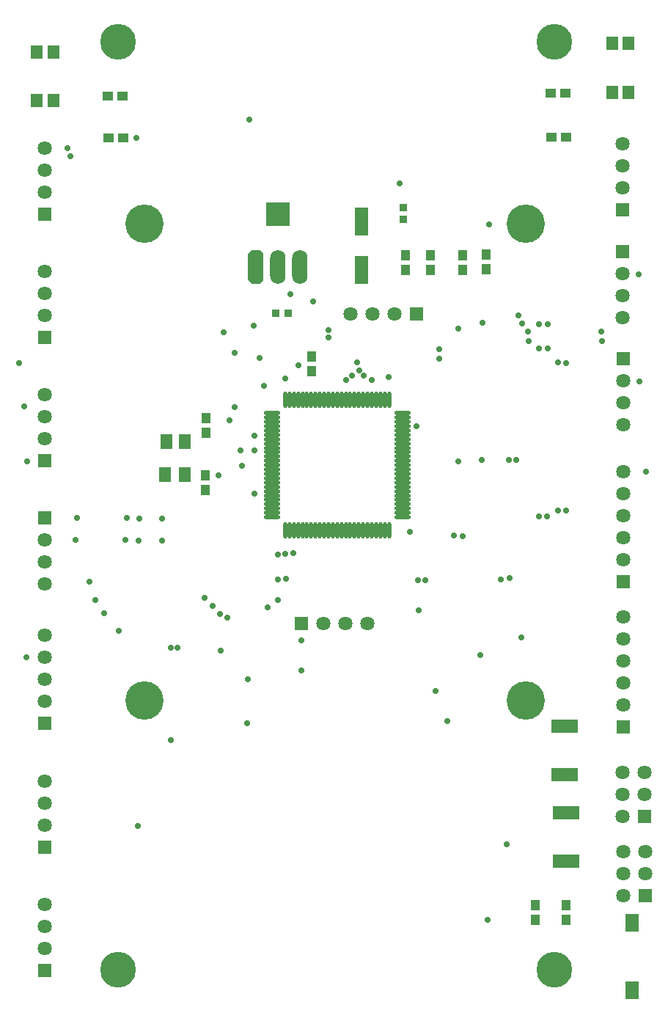
<source format=gts>
G04 Layer_Color=8388736*
%FSLAX24Y24*%
%MOIN*%
G70*
G01*
G75*
%ADD43R,0.0641X0.1310*%
%ADD44R,0.0350X0.0350*%
%ADD45R,0.0444X0.0483*%
%ADD46R,0.0350X0.0350*%
%ADD47O,0.0168X0.0759*%
%ADD48O,0.0759X0.0168*%
G04:AMPARAMS|DCode=49|XSize=155mil|YSize=70mil|CornerRadius=0mil|HoleSize=0mil|Usage=FLASHONLY|Rotation=90.000|XOffset=0mil|YOffset=0mil|HoleType=Round|Shape=Octagon|*
%AMOCTAGOND49*
4,1,8,0.0175,0.0775,-0.0175,0.0775,-0.0350,0.0600,-0.0350,-0.0600,-0.0175,-0.0775,0.0175,-0.0775,0.0350,-0.0600,0.0350,0.0600,0.0175,0.0775,0.0*
%
%ADD49OCTAGOND49*%

%ADD50O,0.0700X0.1550*%
%ADD51R,0.1050X0.1050*%
%ADD52R,0.0562X0.0641*%
%ADD53R,0.0641X0.0837*%
%ADD54R,0.0483X0.0444*%
%ADD55R,0.0562X0.0680*%
%ADD56R,0.1231X0.0641*%
%ADD57R,0.0641X0.0641*%
%ADD58C,0.0641*%
%ADD59R,0.0641X0.0641*%
%ADD60C,0.1625*%
%ADD61C,0.1743*%
%ADD62C,0.0290*%
D43*
X38228Y41454D02*
D03*
Y39252D02*
D03*
D44*
X40130Y42090D02*
D03*
X40129Y41545D02*
D03*
D45*
X41365Y39251D02*
D03*
Y39920D02*
D03*
X40208Y39251D02*
D03*
Y39920D02*
D03*
X43898Y39276D02*
D03*
Y39945D02*
D03*
X42820Y39251D02*
D03*
Y39920D02*
D03*
X31150Y31840D02*
D03*
Y32509D02*
D03*
X31120Y29251D02*
D03*
Y29920D02*
D03*
X35948Y34654D02*
D03*
Y35324D02*
D03*
X46102Y10394D02*
D03*
Y9724D02*
D03*
X47518Y9729D02*
D03*
Y10398D02*
D03*
D46*
X34875Y37279D02*
D03*
X34330Y37280D02*
D03*
D47*
X39076Y33355D02*
D03*
X39272Y33355D02*
D03*
X39469D02*
D03*
X39469Y27410D02*
D03*
X39272D02*
D03*
X39076D02*
D03*
X34745Y33355D02*
D03*
X34942D02*
D03*
X35138D02*
D03*
X35335D02*
D03*
X35532D02*
D03*
X35729D02*
D03*
X35926D02*
D03*
X36123D02*
D03*
X36320D02*
D03*
X36516D02*
D03*
X36713D02*
D03*
X36910D02*
D03*
X37107D02*
D03*
X37304D02*
D03*
X37501D02*
D03*
X37698D02*
D03*
X37894D02*
D03*
X38091D02*
D03*
X38288D02*
D03*
X38485D02*
D03*
X38682D02*
D03*
X38879D02*
D03*
Y27410D02*
D03*
X38682D02*
D03*
X38485D02*
D03*
X38288D02*
D03*
X38091D02*
D03*
X37894D02*
D03*
X37698D02*
D03*
X37501D02*
D03*
X37304D02*
D03*
X37107Y27410D02*
D03*
X36910D02*
D03*
X36713Y27410D02*
D03*
X36516D02*
D03*
X36320D02*
D03*
X36123D02*
D03*
X35926D02*
D03*
X35729Y27410D02*
D03*
X35532D02*
D03*
X35335Y27410D02*
D03*
X35139D02*
D03*
X34942D02*
D03*
X34745D02*
D03*
D48*
X40079Y32744D02*
D03*
Y32547D02*
D03*
Y32351D02*
D03*
Y32154D02*
D03*
Y31957D02*
D03*
Y31760D02*
D03*
Y31563D02*
D03*
Y31366D02*
D03*
Y31170D02*
D03*
X40079Y30973D02*
D03*
Y30776D02*
D03*
X40079Y30579D02*
D03*
Y30382D02*
D03*
Y30185D02*
D03*
Y29988D02*
D03*
Y29792D02*
D03*
X40079Y29595D02*
D03*
Y29398D02*
D03*
Y29201D02*
D03*
X40079Y29004D02*
D03*
Y28807D02*
D03*
Y28610D02*
D03*
Y28414D02*
D03*
Y28217D02*
D03*
X40079Y28020D02*
D03*
X34135D02*
D03*
Y28217D02*
D03*
Y28414D02*
D03*
Y28610D02*
D03*
Y28807D02*
D03*
Y29004D02*
D03*
Y29201D02*
D03*
Y29398D02*
D03*
Y29595D02*
D03*
Y29792D02*
D03*
Y29988D02*
D03*
Y30185D02*
D03*
Y30382D02*
D03*
Y30579D02*
D03*
Y30776D02*
D03*
Y30973D02*
D03*
Y31170D02*
D03*
Y31366D02*
D03*
Y31563D02*
D03*
Y31760D02*
D03*
Y31957D02*
D03*
Y32154D02*
D03*
Y32351D02*
D03*
Y32547D02*
D03*
Y32744D02*
D03*
D49*
X33409Y39372D02*
D03*
D50*
X35409D02*
D03*
X34409D02*
D03*
D51*
X34409Y41772D02*
D03*
D52*
X23459Y49157D02*
D03*
X24207Y49157D02*
D03*
X23459Y46947D02*
D03*
X24207Y46947D02*
D03*
X50358Y49539D02*
D03*
X49610Y49539D02*
D03*
X50358Y47313D02*
D03*
X49610Y47313D02*
D03*
D53*
X50517Y9586D02*
D03*
Y6515D02*
D03*
D54*
X27356Y47168D02*
D03*
X26686D02*
D03*
X27370Y45250D02*
D03*
X26701D02*
D03*
X46824Y47272D02*
D03*
X47494D02*
D03*
X46854Y45302D02*
D03*
X47524D02*
D03*
D55*
X29292Y29962D02*
D03*
X29332Y31458D02*
D03*
X30198D02*
D03*
Y29962D02*
D03*
D56*
X47520Y12402D02*
D03*
Y14602D02*
D03*
X47450Y16330D02*
D03*
Y18530D02*
D03*
D57*
X50090Y41980D02*
D03*
X50110Y35210D02*
D03*
X50090Y40090D02*
D03*
X23830Y41800D02*
D03*
Y36191D02*
D03*
Y27972D02*
D03*
Y13034D02*
D03*
Y18643D02*
D03*
Y30581D02*
D03*
Y7424D02*
D03*
X50118Y18480D02*
D03*
X51102Y10827D02*
D03*
X51080Y14420D02*
D03*
X50118Y25102D02*
D03*
D58*
X50090Y42980D02*
D03*
Y43980D02*
D03*
Y44980D02*
D03*
X50110Y32210D02*
D03*
Y33210D02*
D03*
Y34210D02*
D03*
X50090Y37090D02*
D03*
Y38090D02*
D03*
Y39090D02*
D03*
X23830Y44800D02*
D03*
Y43800D02*
D03*
Y42800D02*
D03*
Y39191D02*
D03*
Y38191D02*
D03*
Y37191D02*
D03*
Y24972D02*
D03*
Y25972D02*
D03*
Y26972D02*
D03*
Y16034D02*
D03*
Y15034D02*
D03*
Y14034D02*
D03*
Y19643D02*
D03*
Y20643D02*
D03*
Y21643D02*
D03*
Y22643D02*
D03*
Y33581D02*
D03*
Y32581D02*
D03*
Y31581D02*
D03*
Y10424D02*
D03*
Y9424D02*
D03*
Y8424D02*
D03*
X50118Y23480D02*
D03*
Y22480D02*
D03*
Y21480D02*
D03*
Y20480D02*
D03*
Y19480D02*
D03*
X50102Y10827D02*
D03*
X51102Y11827D02*
D03*
X50102D02*
D03*
X51102Y12827D02*
D03*
X50102D02*
D03*
X50080Y14420D02*
D03*
X51080Y15420D02*
D03*
X50080D02*
D03*
X51080Y16420D02*
D03*
X50080D02*
D03*
X38480Y23189D02*
D03*
X37480D02*
D03*
X36480D02*
D03*
X50118Y30102D02*
D03*
Y29102D02*
D03*
Y28102D02*
D03*
Y27102D02*
D03*
Y26102D02*
D03*
X37710Y37240D02*
D03*
X38710D02*
D03*
X39710D02*
D03*
D59*
X35480Y23189D02*
D03*
X40710Y37240D02*
D03*
D60*
X27165Y49606D02*
D03*
X46968Y49606D02*
D03*
Y7441D02*
D03*
X27165D02*
D03*
D61*
X28346Y19685D02*
D03*
X45669D02*
D03*
X28346Y41339D02*
D03*
X45669D02*
D03*
D62*
X35130Y26390D02*
D03*
X32790Y30340D02*
D03*
X32460Y33020D02*
D03*
X31710Y29920D02*
D03*
X50830Y39070D02*
D03*
X36700Y36200D02*
D03*
X51148Y30102D02*
D03*
X33300Y36735D02*
D03*
X44828Y13150D02*
D03*
X40800Y23800D02*
D03*
X40780Y25150D02*
D03*
X40716Y32154D02*
D03*
X32720Y31040D02*
D03*
X31940Y36430D02*
D03*
X32460Y35480D02*
D03*
X35490Y21060D02*
D03*
X41570Y20130D02*
D03*
X31820Y21950D02*
D03*
X50850Y34200D02*
D03*
X47530Y35030D02*
D03*
X44540Y25200D02*
D03*
X42420Y27190D02*
D03*
X42800Y27150D02*
D03*
X33570Y35240D02*
D03*
X47160Y28310D02*
D03*
X47520D02*
D03*
X35480Y22410D02*
D03*
X42630Y30570D02*
D03*
Y36590D02*
D03*
X43700Y36870D02*
D03*
X43690Y30620D02*
D03*
X44930Y30610D02*
D03*
X45340Y37180D02*
D03*
X45250Y30610D02*
D03*
X45530Y36830D02*
D03*
X49130Y36440D02*
D03*
X45780Y36460D02*
D03*
X41740Y35650D02*
D03*
X47150Y35050D02*
D03*
X49160Y36030D02*
D03*
X45810Y36020D02*
D03*
X41750Y35210D02*
D03*
X27980Y45250D02*
D03*
X46660Y28060D02*
D03*
X46280D02*
D03*
Y35690D02*
D03*
X46670Y35680D02*
D03*
X46280Y36800D02*
D03*
X46670D02*
D03*
X44030Y41320D02*
D03*
X39960Y43200D02*
D03*
X32120Y23460D02*
D03*
X26530Y23640D02*
D03*
X31790Y23620D02*
D03*
X26120Y24260D02*
D03*
X31450Y23980D02*
D03*
X25860Y25080D02*
D03*
X31070Y24350D02*
D03*
X38110Y34700D02*
D03*
X38320Y34470D02*
D03*
X38680Y34240D02*
D03*
X22650Y35020D02*
D03*
X22880Y33060D02*
D03*
X29540Y22100D02*
D03*
X29840Y22090D02*
D03*
X29540Y17890D02*
D03*
X28040Y13980D02*
D03*
X44950Y25240D02*
D03*
X32210Y32410D02*
D03*
X23020Y30570D02*
D03*
X25288Y27972D02*
D03*
X27550Y27980D02*
D03*
X28100Y27960D02*
D03*
X29160D02*
D03*
X25202Y26972D02*
D03*
X27472D02*
D03*
X28070Y26970D02*
D03*
X29150D02*
D03*
X33033Y20643D02*
D03*
X33950Y23910D02*
D03*
X34770Y25220D02*
D03*
X34430Y24260D02*
D03*
Y25200D02*
D03*
X39440Y34400D02*
D03*
X42110Y18740D02*
D03*
X41120Y25160D02*
D03*
X37510Y34270D02*
D03*
X38020Y35050D02*
D03*
X37770Y34460D02*
D03*
X36720Y36520D02*
D03*
X36030Y37820D02*
D03*
X33100Y46080D02*
D03*
X34980Y38140D02*
D03*
X34430Y26330D02*
D03*
X34760Y26340D02*
D03*
X40420Y27340D02*
D03*
X33020Y18660D02*
D03*
X45480Y22540D02*
D03*
X43630Y21760D02*
D03*
X22997Y21643D02*
D03*
X24860Y44800D02*
D03*
X24980Y44420D02*
D03*
X43934Y9724D02*
D03*
X34750Y34310D02*
D03*
X35350Y34910D02*
D03*
X27170Y22870D02*
D03*
X33790Y33990D02*
D03*
X33335Y31730D02*
D03*
X33360Y31070D02*
D03*
Y29100D02*
D03*
M02*

</source>
